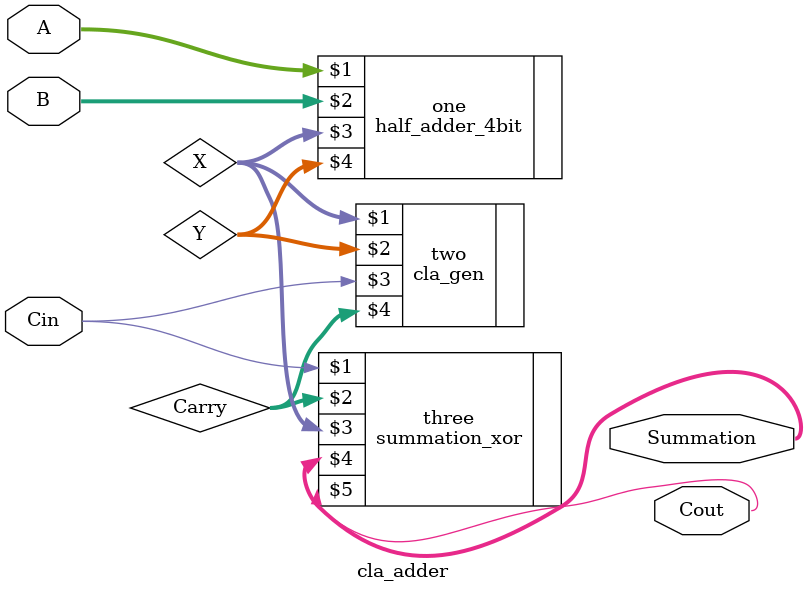
<source format=v>
`timescale 1ns / 1ps


module cla_adder(A, B, Cin, Summation, Cout);

    input [3:0] A, B;
    input Cin;
    output Cout;
    output [3:0] Summation;
    
    wire [3:0] X, Y, Carry;
    
    half_adder_4bit one (A, B, X, Y);
    cla_gen two (X, Y, Cin, Carry);
    summation_xor three (Cin, Carry, X, Summation, Cout);
    
endmodule

</source>
